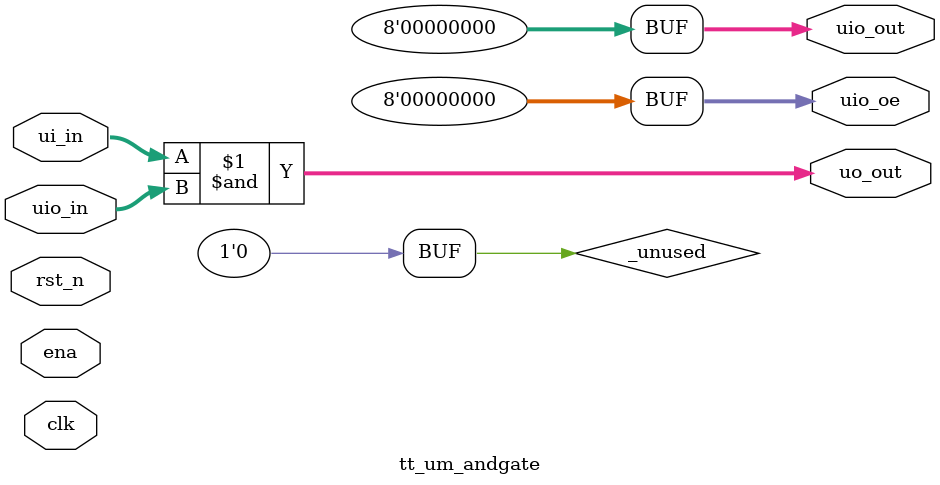
<source format=v>
/*
 * Copyright (c) 2024 Your Name
 * SPDX-License-Identifier: Apache-2.0
 */

`default_nettype none

module tt_um_andgate (
    input  wire [7:0] ui_in,    // Dedicated inputs
    output wire [7:0] uo_out,   // Dedicated outputs
    input  wire [7:0] uio_in,   // IOs: Input path
    output wire [7:0] uio_out,  // IOs: Output path
    output wire [7:0] uio_oe,   // IOs: Enable path (active high: 0=input, 1=output)
    input  wire       ena,      // always 1 when the design is powered, so you can ignore it
    input  wire       clk,      // clock
    input  wire       rst_n     // reset_n - low to reset
);

  // All output pins must be assigned. If not used, assign to 0.
  assign uo_out  = ui_in & uio_in;  // Example: ou_out is the sum of ui_in and uio_in
  assign uio_out = 0;
  assign uio_oe  = 0;

  // List all unused inputs to prevent warnings
  wire _unused = &{ena, clk, rst_n, 1'b0};

endmodule

</source>
